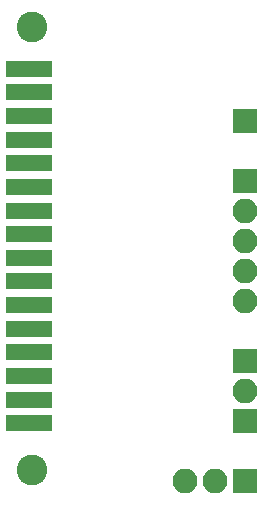
<source format=gbs>
G04 #@! TF.FileFunction,Soldermask,Bot*
%FSLAX46Y46*%
G04 Gerber Fmt 4.6, Leading zero omitted, Abs format (unit mm)*
G04 Created by KiCad (PCBNEW 4.0.7-e2-6376~58~ubuntu16.04.1) date Wed Nov  8 23:35:19 2017*
%MOMM*%
%LPD*%
G01*
G04 APERTURE LIST*
%ADD10C,0.100000*%
%ADD11C,2.600000*%
%ADD12R,2.100000X2.100000*%
%ADD13O,2.100000X2.100000*%
%ADD14R,3.900000X1.400000*%
G04 APERTURE END LIST*
D10*
D11*
X219000000Y-133500000D03*
D12*
X237010000Y-124200000D03*
D13*
X237010000Y-126740000D03*
D12*
X237010000Y-103880000D03*
X237010000Y-108960000D03*
D13*
X237010000Y-111500000D03*
X237010000Y-114040000D03*
X237010000Y-116580000D03*
X237010000Y-119120000D03*
D12*
X237010000Y-134360000D03*
D13*
X234470000Y-134360000D03*
X231930000Y-134360000D03*
D12*
X237010000Y-129280000D03*
D11*
X219000000Y-96000000D03*
D14*
X218750000Y-99500000D03*
X218750000Y-101500000D03*
X218750000Y-103500000D03*
X218750000Y-105500000D03*
X218750000Y-107500000D03*
X218750000Y-109500000D03*
X218750000Y-111500000D03*
X218750000Y-113500000D03*
X218750000Y-115500000D03*
X218750000Y-117500000D03*
X218750000Y-119500000D03*
X218750000Y-121500000D03*
X218750000Y-123500000D03*
X218750000Y-125500000D03*
X218750000Y-127500000D03*
X218750000Y-129500000D03*
M02*

</source>
